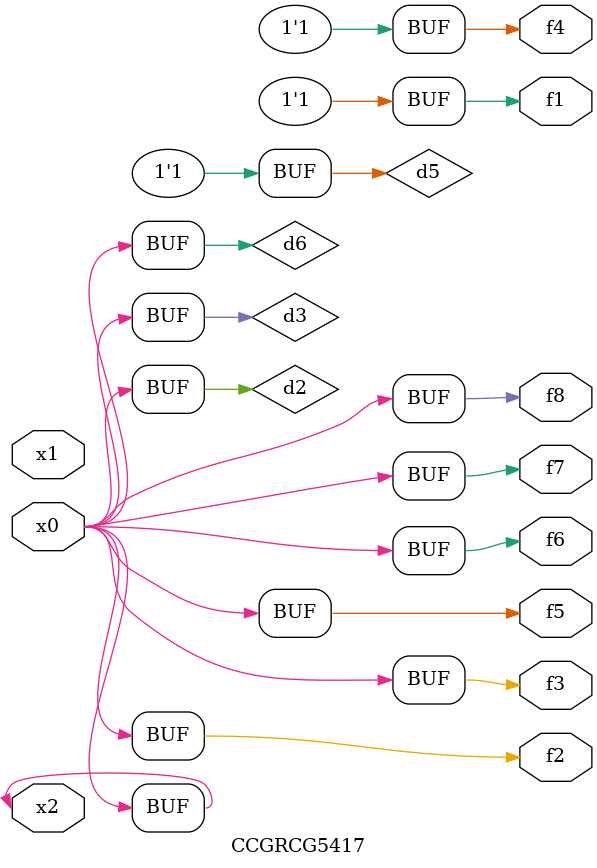
<source format=v>
module CCGRCG5417(
	input x0, x1, x2,
	output f1, f2, f3, f4, f5, f6, f7, f8
);

	wire d1, d2, d3, d4, d5, d6;

	xnor (d1, x2);
	buf (d2, x0, x2);
	and (d3, x0);
	xnor (d4, x1, x2);
	nand (d5, d1, d3);
	buf (d6, d2, d3);
	assign f1 = d5;
	assign f2 = d6;
	assign f3 = d6;
	assign f4 = d5;
	assign f5 = d6;
	assign f6 = d6;
	assign f7 = d6;
	assign f8 = d6;
endmodule

</source>
